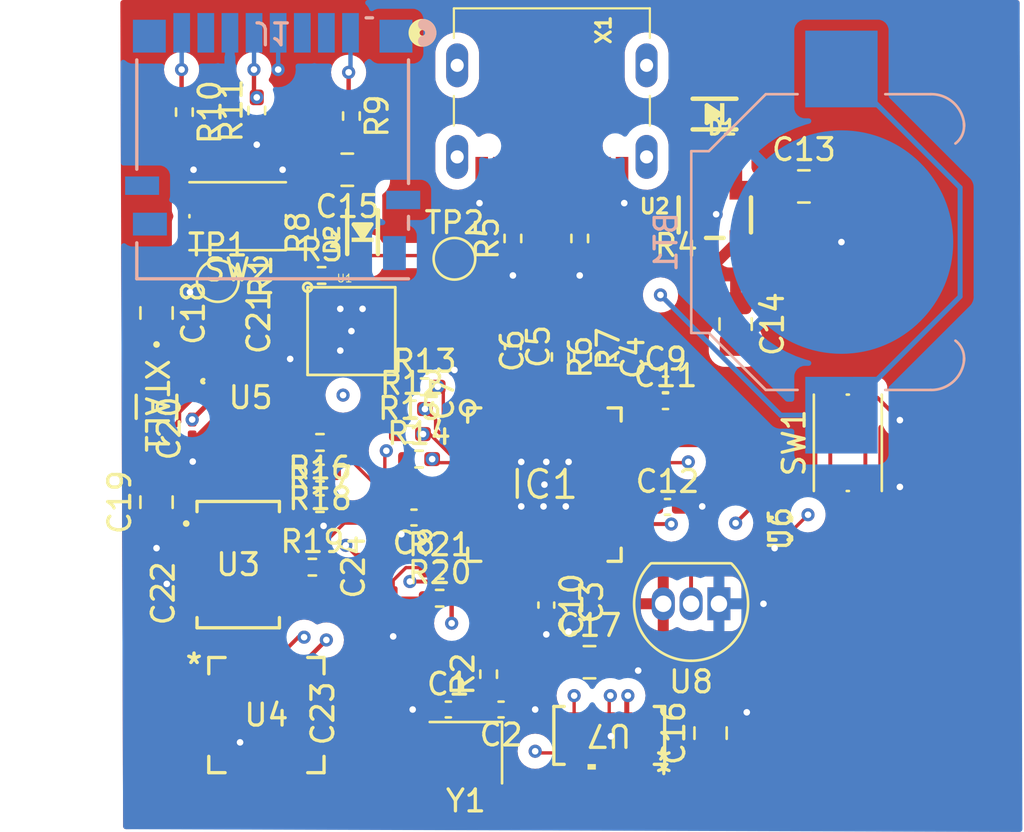
<source format=kicad_pcb>
(kicad_pcb (version 20221018) (generator pcbnew)
  (layers (0 "F.Cu" signal) (1 "In1.Cu" signal) (2 "In2.Cu" signal) (31 "B.Cu" signal) (34 "B.Paste" user) (35 "F.Paste" user) (36 "B.SilkS" user "B.Silkscreen") (37 "F.SilkS" user "F.Silkscreen") (38 "B.Mask" user) (39 "F.Mask" user) (44 "Edge.Cuts" user))
  (net 0 "")
  (net 1 "Net-(C2-Pad2)")
  (net 2 "Net-(IC1-XOUT)")
  (net 3 "/QSPI_CS")
  (net 4 "+3V3")
  (net 5 "GND")
  (net 6 "/CC1")
  (net 7 "/CC2")
  (net 8 "/USB_D+")
  (net 9 "/D+")
  (net 10 "/USB_D-")
  (net 11 "/D-")
  (net 12 "Net-(IC1-XIN)")
  (net 13 "1.2V")
  (net 14 "/~{RESET}")
  (net 15 "/USBBOOT")
  (net 16 "/VBUS")
  (net 17 "Net-(U5-X1)")
  (net 18 "Net-(U5-X2)")
  (net 19 "VBat")
  (net 20 "Net-(U4-VO-)")
  (net 22 "Net-(U4-VO+)")
  (net 23 "ToF XSHUT")
  (net 24 "ToF GPIO1")
  (net 25 "ToF  SDA")
  (net 26 "ToF SCL")
  (net 27 "GPIO5")
  (net 28 "BMP SDA")
  (net 31 "BMP SCL")
  (net 32 "Pressure SDA")
  (net 33 "Pressure SCL")
  (net 34 "RTC SDA")
  (net 35 "RTC SCL")
  (net 40 "GPIO16")
  (net 42 "GPIO17")
  (net 44 "/QSPI_DATA[3]")
  (net 45 "/QSPI_SCK")
  (net 46 "/QSPI_DATA[0]")
  (net 47 "/QSPI_DATA[2]")
  (net 48 "/QSPI_DATA[1]")
  (net 52 "Net-(D2-PadA)")
  (net 53 "SD_DAT1")
  (net 54 "SD_DAT2")
  (net 55 "GPIO20")
  (net 56 "AnalogTemp Data")
  (net 57 "AnalogTemp Data 2")
  (net 69 "5V")
  (footprint "Resistor_SMD:R_0402_1005Metric_Pad0.72x0.64mm_HandSolder" (layer "F.Cu") (at 101.3085 64.262)
    (fp_text reference "R20")
    (fp_text value "10k")
  )
  (footprint "Capacitor_SMD:C_0402_1005Metric_Pad0.74x0.62mm_HandSolder" (layer "F.Cu") (at 111.6095 55.266)
    (fp_text reference "C11")
    (fp_text value "0.1uF")
  )
  (footprint "Companero_Footprints:TDFN8_2x3MC_MCH" (layer "F.Cu") (at 92.6846 55.106001)
    (fp_text reference "U5")
    (fp_text value "MCP7940NT-I/MNY")
  )
  (footprint "Resistor_SMD:R_0402_1005Metric_Pad0.72x0.64mm_HandSolder" (layer "F.Cu") (at 100.3675 57.912)
    (fp_text reference "R14")
    (fp_text value "1k")
  )
  (footprint "QTpy:USB_C_CUSB31-CFM2AX-01-X" (layer "F.Cu") (at 106.426 41.148 180)
    (fp_text reference "X1")
    (fp_text value "USB Type C")
  )
  (footprint "Resistor_SMD:R_0402_1005Metric_Pad0.72x0.64mm_HandSolder" (layer "F.Cu") (at 100.6215 54.61)
    (fp_text reference "R13")
    (fp_text value "10k")
  )
  (footprint "Resistor_SMD:R_0402_1005Metric_Pad0.72x0.64mm_HandSolder" (layer "F.Cu") (at 99.949 56.769)
    (fp_text reference "R15")
    (fp_text value "1k")
  )
  (footprint "TestPoint:TestPoint_Pad_D1.5mm" (layer "F.Cu") (at 101.981 48.768)
    (fp_text reference "TP2")
    (fp_text value "TESTPOINTROUND1.5MMNO")
  )
  (footprint "Companero_Footprints:YFQ0004ACAC" (layer "F.Cu") (at 116.84 61.087 90)
    (fp_text reference "U6")
    (fp_text value "LMT70YFQR")
  )
  (footprint "Capacitor_SMD:C_0402_1005Metric_Pad0.74x0.62mm_HandSolder" (layer "F.Cu") (at 104.648 52.7725 -90)
    (fp_text reference "C5")
    (fp_text value "0.1uF")
  )
  (footprint "Capacitor_SMD:C_0201_0603Metric_Pad0.64x0.40mm_HandSolder" (layer "F.Cu") (at 105.664 52.959 90)
    (fp_text reference "C6")
    (fp_text value "1uF")
  )
  (footprint "Capacitor_SMD:C_0402_1005Metric_Pad0.74x0.62mm_HandSolder" (layer "F.Cu") (at 101.7035 69.342)
    (fp_text reference "C1")
    (fp_text value "22pF")
  )
  (footprint "QTpy:SOD-323_MINI" (layer "F.Cu") (at 113.846 42.164 180)
    (fp_text reference "D1")
    (fp_text value "  NSR0320")
  )
  (footprint "Companero_Footprints:MPRLS_HNW" (layer "F.Cu") (at 93.404055 69.596)
    (fp_text reference "U4")
    (fp_text value "MPRLS0025PA00001A")
  )
  (footprint "Resistor_SMD:R_01005_0402Metric_Pad0.57x0.30mm_HandSolder" (layer "F.Cu") (at 94.143 49.5735 90)
    (fp_text reference "R1")
    (fp_text value "10K")
  )
  (footprint "Resistor_SMD:R_0402_1005Metric_Pad0.72x0.64mm_HandSolder" (layer "F.Cu") (at 101.3085 62.992)
    (fp_text reference "R21")
    (fp_text value "10k")
  )
  (footprint "Resistor_SMD:R_0402_1005Metric_Pad0.72x0.64mm_HandSolder" (layer "F.Cu") (at 89.662 42.0745 -90)
    (fp_text reference "R10")
    (fp_text value "10K")
  )
  (footprint "Resistor_SMD:R_0402_1005Metric_Pad0.72x0.64mm_HandSolder" (layer "F.Cu") (at 95.8475 58.547 180)
    (fp_text reference "R18")
    (fp_text value "10k")
  )
  (footprint "Resistor_SMD:R_0402_1005Metric_Pad0.72x0.64mm_HandSolder" (layer "F.Cu") (at 95.9225 49.53)
    (fp_text reference "R3")
    (fp_text value "10K")
  )
  (footprint "Capacitor_SMD:C_0805_2012Metric" (layer "F.Cu") (at 113.665 70.419 90)
    (fp_text reference "C16")
    (fp_text value "100nF")
  )
  (footprint "Companero_Footprints:QFN_BV0FY&slash_1_STM" (layer "F.Cu") (at 109.0422 70.523001 180)
    (fp_text reference "U7")
    (fp_text value "VL53L1CBV0FY/1")
  )
  (footprint "Capacitor_SMD:C_0201_0603Metric_Pad0.64x0.40mm_HandSolder" (layer "F.Cu") (at 107.188 64.4405 -90)
    (fp_text reference "C3")
    (fp_text value "1uF")
  )
  (footprint "Resistor_SMD:R_0402_1005Metric_Pad0.72x0.64mm_HandSolder" (layer "F.Cu") (at 96.012 47.5875 90)
    (fp_text reference "R8")
    (fp_text value "1K")
  )
  (footprint "Capacitor_SMD:C_0201_0603Metric_Pad0.64x0.40mm_HandSolder" (layer "F.Cu") (at 94.107 51.6625 90)
    (fp_text reference "C21")
    (fp_text value "0.1uF")
  )
  (footprint "Resistor_SMD:R_0402_1005Metric_Pad0.72x0.64mm_HandSolder" (layer "F.Cu") (at 107.823 53.2505 -90)
    (fp_text reference "R7")
    (fp_text value "27")
  )
  (footprint "Resistor_SMD:R_0402_1005Metric_Pad0.72x0.64mm_HandSolder" (layer "F.Cu") (at 97.282 42.2535 -90)
    (fp_text reference "R9")
    (fp_text value "10K")
  )
  (footprint "Capacitor_SMD:C_0402_1005Metric_Pad0.74x0.62mm_HandSolder" (layer "F.Cu") (at 111.7005 60.092)
    (fp_text reference "C12")
    (fp_text value "0.1uF")
  )
  (footprint "QTpy:USON8_4X4" (layer "F.Cu") (at 97.282 52.07)
    (fp_text reference "U1")
    (fp_text value "8MB QSPI Flash")
  )
  (footprint "Capacitor_SMD:C_0201_0603Metric_Pad0.64x0.40mm_HandSolder" (layer "F.Cu") (at 90.0176 56.515 90)
    (fp_text reference "C20")
    (fp_text value "0.1uF")
  )
  (footprint "TestPoint:TestPoint_Pad_D1.5mm" (layer "F.Cu") (at 91.186 49.784)
    (fp_text reference "TP1")
    (fp_text value "TESTPOINTROUND1.5MMNO")
  )
  (footprint "Capacitor_SMD:C_0402_1005Metric_Pad0.74x0.62mm_HandSolder" (layer "F.Cu") (at 106.172 64.5755 -90)
    (fp_text reference "C10")
    (fp_text value "0.1uF")
  )
  (footprint "Button_Switch_SMD:SW_Push_1P1T_NO_CK_KMR2" (layer "F.Cu") (at 119.926 57.168 90)
    (fp_text reference "SW1")
    (fp_text value "KMR2")
  )
  (footprint "Capacitor_SMD:C_0805_2012Metric" (layer "F.Cu") (at 114.808 51.75 -90)
    (fp_text reference "C14")
    (fp_text value "10uF")
  )
  (footprint "QTpy:SOT23-5" (layer "F.Cu") (at 113.858 46.7661 180)
    (fp_text reference "U2")
    (fp_text value "AP2112K-3.3")
  )
  (footprint "Capacitor_SMD:C_0805_2012Metric" (layer "F.Cu") (at 97.094 44.704 180)
    (fp_text reference "C15")
    (fp_text value "10uF")
  )
  (footprint "Button_Switch_SMD:SW_Push_1P1T_NO_CK_KMR2" (layer "F.Cu") (at 92.093 46.825 180)
    (fp_text reference "SW2")
    (fp_text value "KMR2")
  )
  (footprint "Companero_Footprints:SON8_MS5611_TEC" (layer "F.Cu") (at 92.118 62.728)
    (fp_text reference "U3")
    (fp_text value "MS560702BA03-50")
  )
  (footprint "Resistor_SMD:R_0402_1005Metric_Pad0.72x0.64mm_HandSolder" (layer "F.Cu") (at 95.8475 59.944)
    (fp_text reference "R17")
    (fp_text value "10k")
  )
  (footprint "QTpy:QFN56_7MM_REDUCEDEPAD" (layer "F.Cu") (at 106.086 59.076)
    (fp_text reference "IC1")
    (fp_text value "RP2040_QFN56")
  )
  (footprint "Resistor_SMD:R_0402_1005Metric_Pad0.72x0.64mm_HandSolder" (layer "F.Cu") (at 107.696 47.8415 90)
    (fp_text reference "R4")
    (fp_text value "5.1K")
  )
  (footprint "Capacitor_SMD:C_0805_2012Metric" (layer "F.Cu") (at 117.922 45.466)
    (fp_text reference "C13")
    (fp_text value "10uF")
  )
  (footprint "Capacitor_SMD:C_0201_0603Metric_Pad0.64x0.40mm_HandSolder" (layer "F.Cu") (at 97.028 69.5205 90)
    (fp_text reference "C23")
    (fp_text value "1nF")
  )
  (footprint "Capacitor_SMD:C_0805_2012Metric" (layer "F.Cu") (at 88.392 59.878 90)
    (fp_text reference "C19")
    (fp_text value "14pF")
  )
  (footprint "Capacitor_SMD:C_0402_1005Metric_Pad0.74x0.62mm_HandSolder" (layer "F.Cu") (at 111.6095 54.504)
    (fp_text reference "C9")
    (fp_text value "0.1uF")
  )
  (footprint "Package_TO_SOT_THT:TO-92_Inline" (layer "F.Cu") (at 114.046 64.516 180)
    (fp_text reference "U8")
    (fp_text value "DS18B20")
  )
  (footprint "Capacitor_SMD:C_0201_0603Metric_Pad0.64x0.40mm_HandSolder" (layer "F.Cu") (at 99.187 64.4405 90)
    (fp_text reference "C24")
    (fp_text value "0.1uF")
  )
  (footprint "Companero_Footprints:XTAL_SC32S-7PF20PPM_EPS" (layer "F.Cu") (at 88.392 55.5244 -90)
    (fp_text reference "XTAL1")
    (fp_text value "SC32S-7PF20PPM (32.768kHz)")
  )
  (footprint "Resistor_SMD:R_0402_1005Metric_Pad0.72x0.64mm_HandSolder" (layer "F.Cu") (at 103.541 67.7285 90)
    (fp_text reference "R2")
    (fp_text value "1K")
  )
  (footprint "Capacitor_SMD:C_0201_0603Metric_Pad0.64x0.40mm_HandSolder" (layer "F.Cu") (at 102.489 55.1695 90)
    (fp_text reference "C7")
    (fp_text value "1uF")
  )
  (footprint "Resistor_SMD:R_0402_1005Metric_Pad0.72x0.64mm_HandSolder" (layer "F.Cu") (at 95.5005 62.845)
    (fp_text reference "R19")
    (fp_text value "10k")
  )
  (footprint "Crystal:Crystal_SMD_2520-4Pin_2.5x2.0mm" (layer "F.Cu") (at 102.503 71.312 180)
    (fp_text reference "Y1")
    (fp_text value "12MHZ")
  )
  (footprint "Resistor_SMD:R_0402_1005Metric_Pad0.72x0.64mm_HandSolder" (layer "F.Cu") (at 104.648 47.8415 90)
    (fp_text reference "R5")
    (fp_text value "5.1K")
  )
  (footprint "Capacitor_SMD:C_0805_2012Metric" (layer "F.Cu") (at 88.392 51.242 -90)
    (fp_text reference "C18")
    (fp_text value "14pF")
  )
  (footprint "Capacitor_SMD:C_0201_0603Metric_Pad0.64x0.40mm_HandSolder" (layer "F.Cu") (at 89.748 64.0395 90)
    (fp_text reference "C22")
    (fp_text value "0.1uF")
  )
  (footprint "Capacitor_SMD:C_0805_2012Metric" (layer "F.Cu") (at 108.143 67.183)
    (fp_text reference "C17")
    (fp_text value "4.7uF")
  )
  (footprint "QTpy:SOD-323_MINI" (layer "F.Cu") (at 97.79 47.552 90)
    (fp_text reference "D2")
    (fp_text value "  NSR0320")
  )
  (footprint "Capacitor_SMD:C_0402_1005Metric_Pad0.74x0.62mm_HandSolder" (layer "F.Cu") (at 108.966 53.2805 -90)
    (fp_text reference "C4")
    (fp_text value "0.1uF")
  )
  (footprint "Capacitor_SMD:C_0402_1005Metric_Pad0.74x0.62mm_HandSolder" (layer "F.Cu") (at 104.1085 69.342 180)
    (fp_text reference "C2")
    (fp_text value "22pF")
  )
  (footprint "Resistor_SMD:R_0402_1005Metric_Pad0.72x0.64mm_HandSolder" (layer "F.Cu") (at 92.964 41.9995 90)
    (fp_text reference "R11")
    (fp_text value "DNF")
  )
  (footprint "Resistor_SMD:R_0402_1005Metric_Pad0.72x0.64mm_HandSolder" (layer "F.Cu") (at 95.8475 57.15 180)
    (fp_text reference "R16")
    (fp_text value "10k")
  )
  (footprint "Resistor_SMD:R_0402_1005Metric_Pad0.72x0.64mm_HandSolder" (layer "F.Cu") (at 106.807 53.2505 -90)
    (fp_text reference "R6")
    (fp_text value "27")
  )
  (footprint "Capacitor_SMD:C_0402_1005Metric_Pad0.74x0.62mm_HandSolder" (layer "F.Cu") (at 100.1355 60.579 180)
    (fp_text reference "C8")
    (fp_text value "0.1uF")
  )
  (footprint "Resistor_SMD:R_0402_1005Metric_Pad0.72x0.64mm_HandSolder" (layer "F.Cu") (at 100.0385 55.626)
    (fp_text reference "R12")
    (fp_text value "10k")
  )
  (footprint "Battery:BatteryHolder_Keystone_3000_1x12mm" (layer "B.Cu") (at 119.634 48.006 -90)
    (fp_text reference "BT1")
    (fp_text value "Battery_Cell")
  )
  (footprint "Companero_Footprints:CONN8_DM3D-SF_HIR" (layer "B.Cu") (at 93.689 43.726301)
    (fp_text reference "J1")
    (fp_text value "DM3D-SF")
  )
  (gr_poly (pts (xy 104.013 57.023) (xy 103.886 56.388) (xy 108.712 56.388) (xy 108.712 57.023)) (stroke (width 0.2)) (fill solid) (layer "F.Cu"))
  (gr_poly (pts (xy 107.188 70.231) (xy 110.871 70.231) (xy 110.871 70.866) (xy 110.109 71.12) (xy 110.109 71.628) (xy 107.95 71.628) (xy 107.95 70.993) (xy 107.188 70.739)) (stroke (width 0.2)) (fill solid) (layer "F.Cu"))
  (gr_poly (pts (xy 103.251 56.388) (xy 103.886 56.388) (xy 103.759 60.579) (xy 103.251 60.071)) (stroke (width 0.2)) (fill solid) (layer "F.Cu"))
  (gr_poly (pts (xy 115.697 68.961) (xy 115.824 72.263) (xy 114.427 72.263) (xy 114.681 71.755) (xy 114.681 70.485) (xy 112.903 69.977) (xy 112.903 68.961)) (stroke (width 0.2)) (fill solid) (layer "F.Cu"))
  (gr_poly (pts (xy 108.204 57.15) (xy 108.204 61.595) (xy 108.585 61.595) (xy 108.712 57.023)) (stroke (width 0.2)) (fill solid) (layer "F.Cu"))
  (gr_poly (pts (xy 103.505 61.087) (xy 108.458 60.96) (xy 108.458 61.595) (xy 103.505 61.595)) (stroke (width 0.2)) (fill solid) (layer "F.Cu"))
  (segment (start 103.378 70.612) (end 103.378 69.505) (width 0.1524) (layer "F.Cu") (net 1))
  (segment (start 103.541 69.342) (end 103.541 68.326) (width 0.1524) (layer "F.Cu") (net 1))
  (segment (start 103.378 69.505) (end 103.541 69.342) (width 0.1524) (layer "F.Cu") (net 1))
  (segment (start 105.886 63.205841) (end 105.886 62.526) (width 0.1524) (layer "F.Cu") (net 2))
  (segment (start 103.541 67.131) (end 104.279527 67.131) (width 0.1524) (layer "F.Cu") (net 2))
  (segment (start 104.648 66.762527) (end 104.648 64.443841) (width 0.1524) (layer "F.Cu") (net 2))
  (segment (start 104.648 64.443841) (end 105.886 63.205841) (width 0.1524) (layer "F.Cu") (net 2))
  (segment (start 104.279527 67.131) (end 104.648 66.762527) (width 0.1524) (layer "F.Cu") (net 2))
  (segment (start 95.325 50.763) (end 95.432 50.87) (width 0.1778) (layer "F.Cu") (net 3))
  (segment (start 96.012 48.185) (end 96.012 48.843) (width 0.1778) (layer "F.Cu") (net 3))
  (segment (start 96.012 48.843) (end 95.325 49.53) (width 0.1778) (layer "F.Cu") (net 3))
  (segment (start 95.325 49.53) (end 95.325 50.763) (width 0.1778) (layer "F.Cu") (net 3))
  (segment (start 102.636 56.476) (end 106.1735 56.476) (width 0.2) (layer "F.Cu") (net 4))
  (segment (start 91.8403 63.7807) (end 91.018 64.603) (width 0.1524) (layer "F.Cu") (net 4))
  (segment (start 106.286 63.894) (end 106.172 64.008) (width 0.2) (layer "F.Cu") (net 4))
  (segment (start 108.966 55.118) (end 110.894 55.118) (width 0.2) (layer "F.Cu") (net 4))
  (segment (start 102.636 60.076) (end 103.2735 60.076) (width 0.2) (layer "F.Cu") (net 4))
  (segment (start 108.707 56.608) (end 108.839 56.476) (width 0.2) (layer "F.Cu") (net 4))
  (segment (start 102.6217 56.4617) (end 102.636 56.4617) (width 0.2286) (layer "F.Cu") (net 4))
  (segment (start 108.286 55.154186) (end 108.898093 54.542093) (width 0.2) (layer "F.Cu") (net 4))
  (segment (start 106.686 56.3159) (end 106.8461 56.476) (width 0.1524) (layer "F.Cu") (net 4))
  (segment (start 108.286 55.626) (end 108.286 55.154186) (width 0.2) (layer "F.Cu") (net 4))
  (segment (start 106.286 62.526) (end 106.286 61.8885) (width 0.2) (layer "F.Cu") (net 4))
  (segment (start 108.839 56.476) (end 109.536 56.476) (width 0.1524) (layer "F.Cu") (net 4))
  (segment (start 102.489 55.577) (end 102.489 56.329) (width 0.2286) (layer "F.Cu") (net 4))
  (segment (start 106.286 54.362264) (end 106.686 54.762264) (width 0.1524) (layer "F.Cu") (net 4))
  (segment (start 99.76913 62.865) (end 99.187 63.44713) (width 0.1524) (layer "F.Cu") (net 4))
  (segment (start 106.593471 67.183) (end 107.193 67.183) (width 0.2) (layer "F.Cu") (net 4))
  (segment (start 106.186 61.7885) (end 104.9685 61.7885) (width 0.2) (layer "F.Cu") (net 4))
  (segment (start 103.2735 56.476) (end 102.636 56.476) (width 0.2) (layer "F.Cu") (net 4))
  (segment (start 100.711 62.865) (end 99.76913 62.865) (width 0.1524) (layer "F.Cu") (net 4))
  (segment (start 106.386 61.7885) (end 106.9945 61.7885) (width 0.2) (layer "F.Cu") (net 4))
  (segment (start 104.9685 61.7885) (end 103.256 60.076) (width 0.2) (layer "F.Cu") (net 4))
  (segment (start 90.862 64.447) (end 91.018 64.603) (width 0.1524) (layer "F.Cu") (net 4))
  (segment (start 116.639998 60.886998) (end 117.04 60.886998) (width 0.1524) (layer "F.Cu") (net 4))
  (segment (start 107.823 56.476) (end 108.331 56.476) (width 0.1524) (layer "F.Cu") (net 4))
  (segment (start 105.156 65.024) (end 105.156 65.745529) (width 0.2) (layer "F.Cu") (net 4))
  (segment (start 108.686 55.626) (end 108.686 55.398) (width 0.2) (layer "F.Cu") (net 4))
  (segment (start 91.018 62.103) (end 91.2593 62.103) (width 0.1524) (layer "F.Cu") (net 4))
  (segment (start 106.286 61.8885) (end 106.386 61.7885) (width 0.2) (layer "F.Cu") (net 4))
  (segment (start 108.286 55.626) (end 108.286 56.431) (width 0.2) (layer "F.Cu") (net 4))
  (segment (start 111.125 69.723) (end 112.771 71.369) (width 0.2286) (layer "F.Cu") (net 4))
  (segment (start 91.018 60.853) (end 91.8403 61.6753) (width 0.1524) (layer "F.Cu") (net 4))
  (segment (start 99.187 63.44713) (end 99.187 64.033) (width 0.1524) (layer "F.Cu") (net 4))
  (segment (start 108.686 55.398) (end 108.966 55.118) (width 0.2) (layer "F.Cu") (net 4))
  (segment (start 106.686 55.626) (end 106.686 56.3159) (width 0.1524) (layer "F.Cu") (net 4))
  (segment (start 99.416 64.262) (end 99.187 64.033) (width 0.1524) (layer "F.Cu") (net 4))
  (segment (start 101.814072 60.076) (end 101.311072 60.579) (width 0.2) (layer "F.Cu") (net 4))
  (segment (start 110.894 55.118) (end 111.042 55.266) (width 0.2) (layer "F.Cu") (net 4))
  (segment (start 95.009 63.934) (end 96.098 62.845) (width 0.1524) (layer "F.Cu") (net 4))
  (segment (start 103.3735 59.976) (end 103.3735 56.576) (width 0.2) (layer "F.Cu") (net 4))
  (segment (start 106.286 61.8885) (end 106.186 61.7885) (width 0.2) (layer "F.Cu") (net 4))
  (segment (start 106.8461 56.476) (end 107.823 56.476) (width 0.1524) (layer "F.Cu") (net 4))
  (segment (start 91.2593 62.103) (end 91.8403 62.684) (width 0.1524) (layer "F.Cu") (net 4))
  (segment (start 106.686 55.2885) (end 106.686 55.626) (width 0.2) (layer "F.Cu") (net 4))
  (segment (start 113.665 71.369) (end 113.619002 71.323002) (width 0.2286) (layer "F.Cu") (net 4))
  (segment (start 101.311072 60.579) (end 100.703 60.579) (width 0.2) (layer "F.Cu") (net 4))
  (segment (start 109.536 60.076) (end 111.117 60.076) (width 0.2) (layer "F.Cu") (net 4))
  (segment (start 91.8403 61.6753) (end 91.8403 63.373) (width 0.1524) (layer "F.Cu") (net 4))
  (segment (start 108.707 60.076) (end 108.707 56.608) (width 0.2) (layer "F.Cu") (net 4))
  (segment (start 103.256 60.076) (end 102.636 60.076) (width 0.2) (layer "F.Cu") (net 4))
  (segment (start 108.331 56.476) (end 108.839 56.476) (width 0.1524) (layer "F.Cu") (net 4))
  (segment (start 91.018 60.853) (end 91.018 62.103) (width 0.1524) (layer "F.Cu") (net 4))
  (segment (start 109.536 56.476) (end 109.832 56.476) (width 0.1524) (layer "F.Cu") (net 4))
  (segment (start 102.489 56.329) (end 102.6217 56.4617) (width 0.2286) (layer "F.Cu") (net 4))
  (segment (start 106.686 54.762264) (end 106.686 55.626) (width 0.1524) (layer "F.Cu") (net 4))
  (segment (start 106.286 56.3635) (end 106.286 55.626) (width 0.2) (layer "F.Cu") (net 4))
  (segment (start 111.117 60.076) (end 111.133 60.092) (width 0.2) (layer "F.Cu") (net 4))
  (segment (start 109.832 56.476) (end 111.042 55.266) (width 0.1524) (layer "F.Cu") (net 4))
  (segment (start 108.286 56.431) (end 108.331 56.476) (width 0.2) (layer "F.Cu") (net 4))
  (segment (start 113.619002 71.323002) (end 110.6424 71.323002) (width 0.2286) (layer "F.Cu") (net 4))
  (segment (start 89.748 64.447) (end 90.862 64.447) (width 0.1524) (layer "F.Cu") (net 4))
  (segment (start 111.003907 54.542093) (end 111.042 54.504) (width 0.2) (layer "F.Cu") (net 4))
  (segment (start 106.1735 56.476) (end 107.823 56.476) (width 0.2) (layer "F.Cu") (net 4))
  (segment (start 106.286 54.362264) (end 106.286 55.626) (width 0.1524) (layer "F.Cu") (net 4))
  (segment (start 100.711 64.262) (end 99.416 64.262) (width 0.1524) (layer "F.Cu") (net 4))
  (segment (start 102.636 60.076) (end 101.814072 60.076) (width 0.2) (layer "F.Cu") (net 4))
  (segment (start 110.6424 69.723) (end 111.125 69.723) (width 0.2286) (layer "F.Cu") (net 4))
  (segment (start 108.707 60.076) (end 109.536 60.076) (width 0.2) (layer "F.Cu") (net 4))
  (segment (start 106.286 62.526) (end 106.286 63.894) (width 0.2) (layer "F.Cu") (net 4))
  (segment (start 91.687 63.934) (end 95.009 63.934) (width 0.1524) (layer "F.Cu") (net 4))
  (segment (start 108.686 56.323) (end 108.839 56.476) (width 0.2) (layer "F.Cu") (net 4))
  (segment (start 108.686 55.626) (end 108.686 56.323) (width 0.2) (layer "F.Cu") (net 4))
  (segment (start 105.664 53.3665) (end 105.664 53.740264) (width 0.1524) (layer "F.Cu") (net 4))
  (segment (start 105.664 53.740264) (end 106.286 54.362264) (width 0.1524) (layer "F.Cu") (net 4))
  (segment (start 106.172 64.008) (end 105.156 65.024) (width 0.2) (layer "F.Cu") (net 4))
  (segment (start 112.771 71.369) (end 113.665 71.369) (width 0.2286) (layer "F.Cu") (net 4))
  (segment (start 91.8403 62.684) (end 91.8403 63.373) (width 0.1524) (layer "F.Cu") (net 4))
  (segment (start 103.3735 56.576) (end 103.2735 56.476) (width 0.2) (layer "F.Cu") (net 4))
  (segment (start 106.286 55.626) (end 106.686 55.626) (width 0.1524) (layer "F.Cu") (net 4))
  (segment (start 105.156 65.745529) (end 106.593471 67.183) (width 0.2) (layer "F.Cu") (net 4))
  (segment (start 91.018 64.603) (end 91.687 63.934) (width 0.1524) (layer "F.Cu") (net 4))
  (segment (start 106.1735 56.476) (end 106.286 56.3635) (width 0.2) (layer "F.Cu") (net 4))
  (segment (start 91.8403 63.373) (end 91.8403 63.7807) (width 0.1524) (layer "F.Cu") (net 4))
  (segment (start 103.2735 60.076) (end 103.3735 59.976) (width 0.2) (layer "F.Cu") (net 4))
  (segment (start 106.9945 61.7885) (end 108.707 60.076) (width 0.2) (layer "F.Cu") (net 4))
  (segment (start 108.898093 54.542093) (end 111.003907 54.542093) (width 0.2) (layer "F.Cu") (net 4))
  (via (at 93.939711 40.132) (size 0.6) (drill 0.3) (layers "F.Cu" "B.Cu") (net 4))
  (segment (start 93.939711 40.132) (end 93.939711 38.4556) (width 0.2) (layer "B.Cu") (net 4))
  (segment (start 122.265 59.218) (end 122.301 59.182) (width 0.1778) (layer "F.Cu") (net 5))
  (segment (start 89.748 63.632) (end 90.027 63.353) (width 0.1524) (layer "F.Cu") (net 5))
  (segment (start 92.964 42.597) (end 92.964 43.561) (width 0.2) (layer "F.Cu") (net 5))
  (segment (start 116.639998 61.922002) (end 116.586 61.976) (width 0.1524) (layer "F.Cu") (net 5))
  (segment (start 109.093 67.183) (end 109.982 67.183) (width 0.2286) (layer "F.Cu") (net 5))
  (segment (start 99.187 64.848) (end 99.187 66.0045) (width 0.1524) (layer "F.Cu") (net 5))
  (segment (start 90.195702 56.9225) (end 91.2622 55.856002) (width 0.2286) (layer "F.Cu") (net 5))
  (segment (start 109.626 46.126) (end 109.728 46.228) (width 0.2) (layer "F.Cu") (net 5))
  (segment (start 90.043 46.025) (end 90.043 44.74) (width 0.2) (layer "F.Cu") (net 5))
  (segment (start 94.143 46.025) (end 94.143 44.704) (width 0.2) (layer "F.Cu") (net 5))
  (segment (start 109.982 67.183) (end 110.363 67.564) (width 0.2286) (layer "F.Cu") (net 5))
  (segment (start 90.043 58.024499) (end 90.043 56.9479) (width 0.2286) (layer "F.Cu") (net 5))
  (segment (start 91.30411 70.866) (end 92.176896 70.866) (width 0.2) (layer "F.Cu") (net 5))
  (segment (start 107.9246 70.523001) (end 108.242199 70.8406) (width 0.2286) (layer "F.Cu") (net 5))
  (segment (start 114.7043 71.852741) (end 114.7043 70.5083) (width 0.2286) (layer "F.Cu") (net 5))
  (segment (start 109.842201 71.322949) (end 109.842201 71.659403) (width 0.2286) (layer "F.Cu") (net 5))
  (segment (start 113.263 60.092) (end 113.284 60.071) (width 0.2) (layer "F.Cu") (net 5))
  (segment (start 92.176896 70.866) (end 92.202 70.840896) (width 0.2) (layer "F.Cu") (net 5))
  (segment (start 108.242199 70.8406) (end 108.242199 71.322949) (width 0.2286) (layer "F.Cu") (net 5))
  (segment (start 88.392 50.292) (end 89.916 50.292) (width 0.2286) (layer "F.Cu") (net 5))
  (segment (start 89.748 63.607) (end 88.859 63.607) (width 0.1524) (layer "F.Cu") (net 5))
  (segment (start 94.558 53.27) (end 94.488 53.34) (width 0.2286) (layer "F.Cu") (net 5))
  (segment (start 102.489 54.3537) (end 102.489 54.762) (width 0.2286) (layer "F.Cu") (net 5))
  (segment (start 121.285 55.118) (end 122.301 56.134) (width 0.1778) (layer "F.Cu") (net 5))
  (segment (start 94.107 52.07) (end 94.107 52.959) (width 0.1524) (layer "F.Cu") (net 5))
  (segment (start 114.7043 70.5083) (end 113.665 69.469) (width 0.2286) (layer "F.Cu") (net 5))
  (segment (start 109.626 44.693) (end 109.626 46.126) (width 0.2) (layer "F.Cu") (net 5))
  (segment (start 109.842201 71.322949) (end 109.842201 70.840349) (width 0.2286) (layer "F.Cu") (net 5))
  (segment (start 95.432 53.27) (end 94.558 53.27) (width 0.2286) (layer "F.Cu") (net 5))
  (segment (start 114.046 64.516) (end 116.078 64.516) (width 0.2286) (layer "F.Cu") (net 5))
  (segment (start 103.226 46.126) (end 103.124 46.228) (width 0.2) (layer "F.Cu") (net 5))
  (segment (start 113.665 69.469) (end 115.316 69.469) (width 0.2286) (layer "F.Cu") (net 5))
  (segment (start 120.726 55.118) (end 120.726 59.218) (width 0.1778) (layer "F.Cu") (net 5))
  (segment (start 109.093 70.561002) (end 109.1184 70.561002) (width 0.2286) (layer "F.Cu") (net 5))
  (segment (start 118.872 47.244) (end 119.634 48.006) (width 0.2286) (layer "F.Cu") (net 5))
  (segment (start 90.0176 56.9225) (end 90.195702 56.9225) (width 0.2286) (layer "F.Cu") (net 5))
  (segment (start 104.676 69.342) (end 105.664 69.342) (width 0.1524) (layer "F.Cu") (net 5))
  (segment (start 120.726 55.118) (end 121.285 55.118) (width 0.1778) (layer "F.Cu") (net 5))
  (segment (start 107.442 70.523001) (end 109.054999 70.523001) (width 0.2286) (layer "F.Cu") (net 5))
  (segment (start 109.1184 70.561002) (end 110.604399 70.561002) (width 0.2286) (layer "F.Cu") (net 5))
  (segment (start 107.696 48.439) (end 107.696 49.53) (width 0.2286) (layer "F.Cu") (net 5))
  (segment (start 110.159549 70.523001) (end 110.6424 70.523001) (width 0.2286) (layer "F.Cu") (net 5))
  (segment (start 109.842201 70.840349) (end 110.051774 70.630776) (width 0.2286) (layer "F.Cu") (net 5))
  (segment (start 99.568 60.579) (end 99.568 61.333) (width 0.2) (layer "F.Cu") (net 5))
  (segment (start 116.639998 61.287) (end 116.639998 61.922002) (width 0.1524) (layer "F.Cu") (net 5))
  (segment (start 110.051774 70.630776) (end 110.159549 70.523001) (width 0.2286) (layer "F.Cu") (net 5))
  (segment (start 90.043 44.74) (end 90.079 44.704) (width 0.2) (layer "F.Cu") (net 5))
  (segment (start 88.392 60.828) (end 88.392 61.976) (width 0.1524) (layer "F.Cu") (net 5))
  (segment (start 113.858 45.466) (end 113.858 46.675) (width 0.2286) (layer "F.Cu") (net 5))
  (segment (start 104.648 48.439) (end 104.648 49.53) (width 0.2286) (layer "F.Cu") (net 5))
  (segment (start 91.018 63.353) (end 90.027 63.353) (width 0.1524) (layer "F.Cu") (net 5))
  (segment (start 109.0422 71.322949) (end 109.0422 70.611802) (width 0.2286) (layer "F.Cu") (net 5))
  (segment (start 90.043 56.9479) (end 90.0176 56.9225) (width 0.2286) (layer "F.Cu") (net 5))
  (segment (start 101.981 53.8457) (end 102.489 54.3537) (width 0.2286) (layer "F.Cu") (net 5))
  (segment (start 112.268 60.092) (end 113.263 60.092) (width 0.2) (layer "F.Cu") (net 5))
  (segment (start 106.172 65.143) (end 106.172 65.913) (width 0.2286) (layer "F.Cu") (net 5))
  (segment (start 110.366098 72.1833) (end 114.373741 72.1833) (width 0.2286) (layer "F.Cu") (net 5))
  (segment (start 107.188 64.848) (end 107.188 65.786) (width 0.2286) (layer "F.Cu") (net 5))
  (segment (start 94.107 52.959) (end 94.488 53.34) (width 0.1524) (layer "F.Cu") (net 5))
  (segment (start 113.858 46.675) (end 113.919 46.736) (width 0.2286) (layer "F.Cu") (net 5))
  (segment (start 118.872 45.466) (end 118.872 47.244) (width 0.2286) (layer "F.Cu") (net 5))
  (segment (start 101.136 69.342) (end 100.076 69.342) (width 0.1524) (layer "F.Cu") (net 5))
  (segment (start 109.842201 71.659403) (end 110.366098 72.1833) (width 0.2286) (layer "F.Cu") (net 5))
  (segment (start 103.226 44.693) (end 103.226 46.126) (width 0.2) (layer "F.Cu") (net 5))
  (segment (start 120.726 59.218) (end 122.265 59.218) (width 0.1778) (layer "F.Cu") (net 5))
  (segment (start 108.242199 71.322949) (end 109.842201 71.322949) (width 0.2286) (layer "F.Cu") (net 5))
  (segment (start 114.373741 72.1833) (end 114.7043 71.852741) (width 0.2286) (layer "F.Cu") (net 5))
  (via (at 109.728 46.228) (size 0.6) (drill 0.3) (layers "F.Cu" "B.Cu") (net 5))
  (via (at 113.284 60.071) (size 0.6) (drill 0.3) (layers "F.Cu" "B.Cu") (net 5))
  (via (at 96.774 51.054) (size 0.6) (drill 0.3) (layers "F.Cu" "B.Cu") (net 5))
  (via (at 88.392 61.976) (size 0.6) (drill 0.3) (layers "F.Cu" "B.Cu") (net 5))
  (via (at 97.282 52.07) (size 0.6) (drill 0.3) (layers "F.Cu" "B.Cu") (net 5))
  (via (at 107.061 60.071) (size 0.6) (drill 0.3) (layers "F.Cu" "B.Cu") (net 5))
  (via (at 92.202 70.840896) (size 0.6) (drill 0.3) (layers "F.Cu" "B.Cu") (net 5))
  (via (at 92.964 43.561) (size 0.6) (drill 0.3) (layers "F.Cu" "B.Cu") (net 5))
  (via (at 110.363 67.564) (size 0.6) (drill 0.3) (layers "F.Cu" "B.Cu") (net 5))
  (via (at 105.029 60.071) (size 0.6) (drill 0.3) (layers "F.Cu" "B.Cu") (net 5))
  (via (at 106.172 65.913) (size 0.6) (drill 0.3) (layers "F.Cu" "B.Cu") (net 5))
  (via (at 99.187 66.0045) (size 0.6) (drill 0.3) (layers "F.Cu" "B.Cu") (net 5))
  (via (at 106.086 59.076) (size 0.6) (drill 0.3) (layers "F.Cu" "B.Cu") (net 5))
  (via (at 105.664 69.342) (size 0.6) (drill 0.3) (layers "F.Cu" "B.Cu") (net 5))
  (via (at 107.696 49.53) (size 0.6) (drill 0.3) (layers "F.Cu" "B.Cu") (net 5))
  (via (at 105.029 58.039) (size 0.6) (drill 0.3) (layers "F.Cu" "B.Cu") (net 5))
  (via (at 116.078 64.516) (size 0.6) (drill 0.3) (layers "F.Cu" "B.Cu") (net 5))
  (via (at 106.045 60.071) (size 0.6) (drill 0.3) (layers "F.Cu" "B.Cu") (net 5))
  (via (at 101.981 53.8457) (size 0.6) (drill 0.3) (layers "F.Cu" "B.Cu") (net 5))
  (via (at 99.56 61.341) (size 0.6) (drill 0.3) (layers "F.Cu" "B.Cu") (net 5))
  (via (at 88.859 63.607) (size 0.6) (drill 0.3) (layers "F.Cu" "B.Cu") (net 5))
  (via (at 116.586 61.976) (size 0.6) (drill 0.3) (layers "F.Cu" "B.Cu") (net 5))
  (via (at 122.301 59.182) (size 0.6) (drill 0.3) (layers "F.Cu" "B.Cu") (net 5))
  (via (at 115.316 69.469) (size 0.6) (drill 0.3) (layers "F.Cu" "B.Cu") (net 5))
  (via (at 94.143 44.704) (size 0.6) (drill 0.3) (layers "F.Cu" "B.Cu") (net 5))
  (via (at 122.301 56.134) (size 0.6) (drill 0.3) (layers "F.Cu" "B.Cu") (net 5))
  (via (at 100.076 69.342) (size 0.6) (drill 0.3) (layers "F.Cu" "B.Cu") (net 5))
  (via (at 94.488 53.34) (size 0.6) (drill 0.3) (layers "F.Cu" "B.Cu") (net 5))
  (via (at 90.043 58.024499) (size 0.6) (drill 0.3) (layers "F.Cu" "B.Cu") (net 5))
  (via (at 109.1184 70.561002) (size 0.6) (drill 0.3) (layers "F.Cu" "B.Cu") (net 5))
  (via (at 107.188 58.039) (size 0.6) (drill 0.3) (layers "F.Cu" "B.Cu") (net 5))
  (via (at 89.916 50.292) (size 0.6) (drill 0.3) (layers "F.Cu" "B.Cu") (net 5))
  (via (at 103.124 46.228) (size 0.6) (drill 0.3) (layers "F.Cu" "B.Cu") (net 5))
  (via (at 104.648 49.53) (size 0.6) (drill 0.3) (layers "F.Cu" "B.Cu") (net 5))
  (via (at 106.172 58.039) (size 0.6) (drill 0.3) (layers "F.Cu" "B.Cu") (net 5))
  (via (at 113.919 46.736) (size 0.6) (drill 0.3) (layers "F.Cu" "B.Cu") (net 5))
  (via (at 119.634 48.006) (size 0.6) (drill 0.3) (layers "F.Cu" "B.Cu") (net 5))
  (via (at 97.79 51.054) (size 0.6) (drill 0.3) (layers "F.Cu" "B.Cu") (net 5))
  (via (at 107.188 65.786) (size 0.6) (drill 0.3) (layers "F.Cu" "B.Cu") (net 5))
  (via (at 90.079 44.704) (size 0.6) (drill 0.3) (layers "F.Cu" "B.Cu") (net 5))
  (via (at 96.774 52.959) (size 0.6) (drill 0.3) (layers "F.Cu" "B.Cu") (net 5))
  (segment (start 90.079 44.704) (end 94.143 44.704) (width 0.2) (layer "B.Cu") (net 5))
  (segment (start 107.676 47.224) (end 107.696 47.244) (width 0.2286) (layer "F.Cu") (net 6))
  (segment (start 107.676 44.693) (end 107.676 47.224) (width 0.2286) (layer "F.Cu") (net 6))
  (segment (start 104.676 47.216) (end 104.648 47.244) (width 0.2286) (layer "F.Cu") (net 7))
  (segment (start 104.676 44.693) (end 104.676 47.216) (width 0.2286) (layer "F.Cu") (net 7))
  (segment (start 106.6135 43.818) (end 106.676 43.8805) (width 0.2) (layer "F.Cu") (net 8))
  (segment (start 106.807 52.273397) (end 106.807 52.653) (width 0.2) (layer "F.Cu") (net 8))
  (segment (start 105.676 45.555501) (end 105.701 45.580501) (width 0.2) (layer "F.Cu") (net 8))
  (segment (start 105.7385 43.818) (end 106.6135 43.818) (width 0.2) (layer "F.Cu") (net 8))
  (segment (start 106.676 43.8805) (end 106.676 44.693) (width 0.2) (layer "F.Cu") (net 8))
  (segment (start 105.701 51.167397) (end 106.807 52.273397) (width 0.2) (layer "F.Cu") (net 8))
  (segment (start 105.676 44.693) (end 105.676 43.8805) (width 0.2) (layer "F.Cu") (net 8))
  (segment (start 105.676 43.8805) (end 105.7385 43.818) (width 0.2) (layer "F.Cu") (net 8))
  (segment (start 105.676 44.693) (end 105.676 45.555501) (width 0.2) (layer "F.Cu") (net 8))
  (segment (start 105.701 45.580501) (end 105.701 51.167397) (width 0.2) (layer "F.Cu") (net 8))
  (segment (start 106.807 53.848) (end 107.086 54.127) (width 0.2) (layer "F.Cu") (net 9))
  (segment (start 107.086 54.127) (end 107.086 55.626) (width 0.2) (layer "F.Cu") (net 9))
  (segment (start 106.151 46.5305) (end 106.151 46.736) (width 0.2) (layer "F.Cu") (net 10))
  (segment (start 106.151 46.736) (end 106.151 50.981) (width 0.2) (layer "F.Cu") (net 10))
  (segment (start 106.151 50.981) (end 107.823 52.653) (width 0.2) (layer "F.Cu") (net 10))
  (segment (start 107.176 44.693) (end 107.176 45.5055) (width 0.2) (layer "F.Cu") (net 10))
  (segment (start 107.176 45.5055) (end 106.151 46.5305) (width 0.2) (layer "F.Cu") (net 10))
  (segment (start 106.176 44.693) (end 106.176 45.555501) (width 0.2) (layer "F.Cu") (net 10))
  (segment (start 106.151 45.580501) (end 106.151 46.736) (width 0.2) (layer "F.Cu") (net 10))
  (segment (start 106.176 45.555501) (end 106.151 45.580501) (width 0.2) (layer "F.Cu") (net 10))
  (segment (start 107.823 53.848) (end 107.486 54.185) (width 0.2) (layer "F.Cu") (net 11))
  (segment (start 107.486 54.185) (end 107.486 55.626) (width 0.2) (layer "F.Cu") (net 11))
  (segment (start 102.271 66.322473) (end 105.486 63.107473) (width 0.1524) (layer "F.Cu") (net 12))
  (segment (start 101.628 72.012) (end 101.8554 72.012) (width 0.1524) (layer "F.Cu") (net 12))
  (segment (start 105.486 63.107473) (end 105.486 62.526) (width 0.1524) (layer "F.Cu") (net 12))
  (segment (start 102.271 69.342) (end 102.271 66.322473) (width 0.1524) (layer "F.Cu") (net 12))
  (segment (start 102.4792 69.5502) (end 102.271 69.342) (width 0.1524) (layer "F.Cu") (net 12))
  (segment (start 102.4792 71.3882) (end 102.4792 69.5502) (width 0.1524) (layer "F.Cu") (net 12))
  (segment (start 101.8554 72.012) (end 102.4792 71.3882) (width 0.1524) (layer "F.Cu") (net 12))
  (segment (start 106.686 62.526) (end 106.686 63.511033) (width 0.2) (layer "F.Cu") (net 13))
  (segment (start 104.765368 53.34) (end 105.886 54.460632) (width 0.1524) (layer "F.Cu") (net 13))
  (segment (start 108.966 53.848) (end 108.966 53.975) (width 0.25) (layer "F.Cu") (net 13))
  (segment (start 105.886 54.460632) (end 105.886 55.626) (width 0.1524) (layer "F.Cu") (net 13))
  (segment (start 104.648 53.34) (end 104.765368 53.34) (width 0.1524) (layer "F.Cu") (net 13))
  (segment (start 108.966 53.9085) (end 108.966 53.848) (width 0.2) (layer "F.Cu") (net 13))
  (segment (start 107.188 64.013033) (end 107.188 64.033) (width 0.2) (layer "F.Cu") (net 13))
  (segment (start 107.886 55.626) (end 107.886 54.9885) (width 0.2) (layer "F.Cu") (net 13))
  (segment (start 106.686 63.511033) (end 107.188 64.013033) (width 0.2) (layer "F.Cu") (net 13))
  (segment (start 107.886 54.9885) (end 108.966 53.9085) (width 0.2) (layer "F.Cu") (net 13))
  (segment (start 90.043 47.625) (end 90.043 48.641) (width 0.2) (layer "F.Cu") (net 14))
  (segment (start 93.345 47.625) (end 94.143 47.625) (width 0.2) (layer "F.Cu") (net 14))
  (segment (start 94.143 47.625) (end 90.043 47.625) (width 0.2) (layer "F.Cu") (net 14))
  (segment (start 90.043 48.641) (end 91.186 49.784) (width 0.2) (layer "F.Cu") (net 14))
  (segment (start 91.186 49.784) (end 93.345 47.625) (width 0.2) (layer "F.Cu") (net 14))
  (segment (start 94.143 49.236) (end 94.143 47.625) (width 0.2) (layer "F.Cu") (net 14))
  (segment (start 101.835 48.622) (end 101.981 48.768) (width 0.1524) (layer "F.Cu") (net 15))
  (segment (start 110.651313 60.876013) (end 110.2513 60.476) (width 0.1778) (layer "F.Cu") (net 15))
  (segment (start 111.874632 60.876013) (end 110.651313 60.876013) (width 0.1778) (layer "F.Cu") (net 15))
  (segment (start 110.2513 60.476) (end 109.536 60.476) (width 0.1778) (layer "F.Cu") (net 15))
  (segment (start 119.126 59.218) (end 116.423 59.218) (width 0.1778) (layer "F.Cu") (net 15))
  (segment (start 119.126 59.218) (end 119.126 55.118) (width 0.1778) (layer "F.Cu") (net 15))
  (segment (start 116.423 59.218) (end 114.808 60.833) (width 0.1778) (layer "F.Cu") (net 15))
  (segment (start 97.79 48.622) (end 101.835 48.622) (width 0.1524) (layer "F.Cu") (net 15))
  (via (at 114.808 60.833) (size 0.6) (drill 0.3) (layers "F.Cu" "B.Cu") (net 15))
  (via (at 111.874632 60.876013) (size 0.6) (drill 0.3) (layers "F.Cu" "B.Cu") (net 15))
  (segment (start 108.641 43.338406) (end 109.815406 42.164) (width 0.2) (layer "F.Cu") (net 16))
  (segment (start 104.664 43.418) (end 108.371 43.418) (width 0.2) (layer "F.Cu") (net 16))
  (segment (start 108.641 44.508) (end 108.641 43.338406) (width 0.2) (layer "F.Cu") (net 16))
  (segment (start 104.211 43.871) (end 104.664 43.418) (width 0.2) (layer "F.Cu") (net 16))
  (segment (start 104.211 44.508) (end 104.211 43.871) (width 0.2) (layer "F.Cu") (net 16))
  (segment (start 108.371 43.418) (end 108.641 43.688) (width 0.2) (layer "F.Cu") (net 16))
  (segment (start 108.641 43.688) (end 108.641 44.508) (width 0.2) (layer "F.Cu") (net 16))
  (segment (start 104.026 44.693) (end 104.211 44.508) (width 0.2) (layer "F.Cu") (net 16))
  (segment (start 108.826 44.693) (end 108.641 44.508) (width 0.2) (layer "F.Cu") (net 16))
  (segment (start 109.815406 42.164) (end 112.776 42.164) (width 0.2) (layer "F.Cu") (net 16))
  (segment (start 88.392 54.102) (end 91.0082 54.102) (width 0.2286) (layer "F.Cu") (net 17))
  (segment (start 88.392 54.102) (end 88.392 52.192) (width 0.2286) (layer "F.Cu") (net 17))
  (segment (start 91.0082 54.102) (end 91.2622 54.356) (width 0.2286) (layer "F.Cu") (net 17))
  (segment (start 88.392 56.9468) (end 88.667946 56.9468) (width 0.2286) (layer "F.Cu") (net 18))
  (segment (start 89.4033 56.211446) (end 89.4033 55.7577) (width 0.2286) (layer "F.Cu") (net 18))
  (segment (start 88.667946 56.9468) (end 89.4033 56.211446) (width 0.2286) (layer "F.Cu") (net 18))
  (segment (start 90.304999 54.856001) (end 91.2622 54.856001) (width 0.2286) (layer "F.Cu") (net 18))
  (segment (start 89.4033 55.7577) (end 90.304999 54.856001) (width 0.2286) (layer "F.Cu") (net 18))
  (segment (start 88.392 56.9468) (end 88.392 58.928) (width 0.2286) (layer "F.Cu") (net 18))
  (segment (start 90.769099 55.356001) (end 91.2622 55.356001) (width 0.2286) (layer "F.Cu") (net 19))
  (segment (start 90.0176 56.1075) (end 90.769099 55.356001) (width 0.2286) (layer "F.Cu") (net 19))
  (segment (start 90.106009 56.1075) (end 90.0176 56.1075) (width 0.2286) (layer "F.Cu") (net 19))
  (via (at 90.0176 56.1055) (size 0.6) (drill 0.3) (layers "F.Cu" "B.Cu") (net 19))
  (via (at 111.379 50.419) (size 0.6) (drill 0.3) (layers "F.Cu" "B.Cu") (net 19))
  (segment (start 119.634 40.106) (end 125.0483 45.5203) (width 0.2286) (layer "B.Cu") (net 19))
  (segment (start 119.634 55.906) (end 116.866 55.906) (width 0.2286) (layer "B.Cu") (net 19))
  (segment (start 125.0483 50.4917) (end 119.634 55.906) (width 0.2286) (layer "B.Cu") (net 19))
  (segment (start 116.866 55.906) (end 111.379 50.419) (width 0.2286) (layer "B.Cu") (net 19))
  (segment (start 125.0483 45.5203) (end 125.0483 50.4917) (width 0.2286) (layer "B.Cu") (net 19))
  (segment (start 95.504 70.866) (end 96.09 70.866) (width 0.2) (layer "F.Cu") (net 20))
  (segment (start 96.09 70.866) (end 97.028 69.928) (width 0.2) (layer "F.Cu") (net 20))
  (segment (start 96.241 68.326) (end 97.028 69.113) (width 0.2) (layer "F.Cu") (net 22))
  (segment (start 95.504 68.326) (end 96.241 68.326) (width 0.2) (layer "F.Cu") (net 22))
  (segment (start 101.473 56.388) (end 101.961 56.876) (width 0.1524) (layer "F.Cu") (net 23))
  (segment (start 105.740002 71.323002) (end 105.664 71.247) (width 0.1524) (layer "F.Cu") (net 23))
  (segment (start 101.961 56.876) (end 102.636 56.876) (width 0.1524) (layer "F.Cu") (net 23))
  (segment (start 101.092 54.61) (end 101.473 54.61) (width 0.1524) (layer "F.Cu") (net 23))
  (segment (start 101.473 54.61) (end 101.473 56.388) (width 0.1524) (layer "F.Cu") (net 23))
  (segment (start 107.442 71.323002) (end 105.740002 71.323002) (width 0.1524) (layer "F.Cu") (net 23))
  (via (at 105.664 71.247) (size 0.6) (drill 0.3) (layers "F.Cu" "B.Cu") (net 23))
  (via (at 101.219 54.61) (size 0.6) (drill 0.3) (layers "F.Cu" "B.Cu") (net 23))
  (segment (start 101.1206 56.533968) (end 101.862632 57.276) (width 0.1524) (layer "F.Cu") (net 24))
  (segment (start 100.636 55.626) (end 101.1206 56.1106) (width 0.1524) (layer "F.Cu") (net 24))
  (segment (start 101.862632 57.276) (end 102.636 57.276) (width 0.1524) (layer "F.Cu") (net 24))
  (segment (start 101.1206 56.1106) (end 101.1206 56.533968) (width 0.1524) (layer "F.Cu") (net 24))
  (segment (start 107.442 69.723) (end 107.442 68.707) (width 0.1524) (layer "F.Cu") (net 24))
  (via (at 107.442 68.707) (size 0.6) (drill 0.3) (layers "F.Cu" "B.Cu") (net 24))
  (via (at 100.636 55.626) (size 0.6) (drill 0.3) (layers "F.Cu" "B.Cu") (net 24))
  (segment (start 100.857263 56.769) (end 101.764263 57.676) (width 0.1524) (layer "F.Cu") (net 25))
  (segment (start 109.0422 69.723053) (end 109.0422 68.7578) (width 0.1524) (layer "F.Cu") (net 25))
  (segment (start 101.764263 57.676) (end 102.636 57.676) (width 0.1524) (layer "F.Cu") (net 25))
  (segment (start 100.5465 56.769) (end 100.857263 56.769) (width 0.1524) (layer "F.Cu") (net 25))
  (segment (start 109.0422 68.7578) (end 109.093 68.707) (width 0.1524) (layer "F.Cu") (net 25))
  (via (at 100.5465 56.769) (size 0.6) (drill 0.3) (layers "F.Cu" "B.Cu") (net 25))
  (via (at 109.093 68.707) (size 0.6) (drill 0.3) (layers "F.Cu" "B.Cu") (net 25))
  (segment (start 109.842201 69.723053) (end 109.842201 68.757302) (width 0.2286) (layer "F.Cu") (net 26))
  (segment (start 109.842201 68.757302) (end 109.892503 68.707) (width 0.2286) (layer "F.Cu") (net 26))
  (segment (start 100.965 58.076) (end 102.636 58.076) (width 0.1524) (layer "F.Cu") (net 26))
  (via (at 109.892503 68.707) (size 0.6) (drill 0.3) (layers "F.Cu" "B.Cu") (net 26))
  (via (at 100.965 57.912) (size 0.6) (drill 0.3) (layers "F.Cu" "B.Cu") (net 26))
  (segment (start 98.806 57.5987) (end 98.8737 57.531) (width 0.1524) (layer "F.Cu") (net 27))
  (segment (start 102.0461 58.876) (end 101.9711 58.801) (width 0.1524) (layer "F.Cu") (net 27))
  (segment (start 102.636 58.876) (end 102.0461 58.876) (width 0.1524) (layer "F.Cu") (net 27))
  (segment (start 92.837 41.275) (end 92.964 41.402) (width 0.2) (layer "F.Cu") (net 27))
  (segment (start 92.837 40.132) (end 92.837 41.275) (width 0.2) (layer "F.Cu") (net 27))
  (segment (start 98.806 58.44478) (end 98.806 57.5987) (width 0.1524) (layer "F.Cu") (net 27))
  (segment (start 99.16222 58.801) (end 98.806 58.44478) (width 0.1524) (layer "F.Cu") (net 27))
  (segment (start 101.9711 58.801) (end 99.16222 58.801) (width 0.1524) (layer "F.Cu") (net 27))
  (via (at 98.8737 57.531) (size 0.6) (drill 0.3) (layers "F.Cu" "B.Cu") (net 27))
  (via (at 96.901 54.991) (size 0.6) (drill 0.3) (layers "F.Cu" "B.Cu") (net 27))
  (via (at 92.837 40.132) (size 0.6) (drill 0.3) (layers "F.Cu" "B.Cu") (net 27))
  (via (at 92.964 41.402) (size 0.6) (drill 0.3) (layers "F.Cu" "B.Cu") (net 27))
  (segment (start 92.839713 38.4556) (end 92.839713 40.129287) (width 0.2) (layer "B.Cu") (net 27))
  (segment (start 92.839713 40.129287) (end 92.837 40.132) (width 0.2) (layer "B.Cu") (net 27))
  (segment (start 93.218 62.103) (end 94.161 62.103) (width 0.1524) (layer "F.Cu") (net 28))
  (segment (start 101.9461 60.476) (end 102.636 60.476) (width 0.1524) (layer "F.Cu") (net 28))
  (segment (start 94.903 62.845) (end 96.2118 61.5362) (width 0.1524) (layer "F.Cu") (net 28))
  (segment (start 99.32133 61.9172) (end 100.5049 61.9172) (width 0.1524) (layer "F.Cu") (net 28))
  (segment (start 96.95387 60.833) (end 98.23713 60.833) (width 0.1524) (layer "F.Cu") (net 28))
  (segment (start 98.23713 60.833) (end 99.32133 61.9172) (width 0.1524) (layer "F.Cu") (net 28))
  (segment (start 96.2118 61.5362) (end 96.25067 61.5362) (width 0.1524) (layer "F.Cu") (net 28))
  (segment (start 100.5049 61.9172) (end 101.9461 60.476) (width 0.1524) (layer "F.Cu") (net 28))
  (segment (start 96.25067 61.5362) (end 96.95387 60.833) (width 0.1524) (layer "F.Cu") (net 28))
  (segment (start 94.161 62.103) (end 94.903 62.845) (width 0.1524) (layer "F.Cu") (net 28))
  (segment (start 97.4486 62.2696) (end 97.028 61.849) (width 0.1524) (layer "F.Cu") (net 31))
  (segment (start 96.012 60.96) (end 96.012 60.706) (width 0.1524) (layer "F.Cu") (net 31))
  (segment (start 102.044468 60.876) (end 100.650869 62.2696) (width 0.1524) (layer "F.Cu") (net 31))
  (segment (start 100.650869 62.2696) (end 97.4486 62.2696) (width 0.1524) (layer "F.Cu") (net 31))
  (segment (start 102.636 60.876) (end 102.044468 60.876) (width 0.1524) (layer "F.Cu") (net 31))
  (segment (start 93.218 60.853) (end 94.341 60.853) (width 0.1524) (layer "F.Cu") (net 31))
  (segment (start 96.012 60.706) (end 95.25 59.944) (width 0.1524) (layer "F.Cu") (net 31))
  (segment (start 94.341 60.853) (end 95.25 59.944) (width 0.1524) (layer "F.Cu") (net 31))
  (via (at 96.012 60.96) (size 0.6) (drill 0.3) (layers "F.Cu" "B.Cu") (net 31))
  (via (at 97.028 61.849) (size 0.6) (drill 0.3) (layers "F.Cu" "B.Cu") (net 31))
  (segment (start 94.860057 66.04) (end 95.123 66.04) (width 0.1778) (layer "F.Cu") (net 32))
  (segment (start 99.949 63.5) (end 101.271 63.5) (width 0.1778) (layer "F.Cu") (net 32))
  (segment (start 103.147 62.865) (end 103.486 62.526) (width 0.1778) (layer "F.Cu") (net 32))
  (segment (start 93.404055 67.496002) (end 94.860057 66.04) (width 0.1778) (layer "F.Cu") (net 32))
  (segment (start 101.271 63.5) (end 101.906 62.865) (width 0.1778) (layer "F.Cu") (net 32))
  (segment (start 101.906 62.865) (end 103.147 62.865) (width 0.1778) (layer "F.Cu") (net 32))
  (via (at 99.949 63.5) (size 0.6) (drill 0.3) (layers "F.Cu" "B.Cu") (net 32))
  (via (at 95.123 66.04) (size 0.6) (drill 0.3) (layers "F.Cu" "B.Cu") (net 32))
  (segment (start 101.906 64.262) (end 102.8653 64.262) (width 0.1778) (layer "F.Cu") (net 33))
  (segment (start 94.809998 67.496002) (end 96.139 66.167) (width 0.2) (layer "F.Cu") (net 33))
  (segment (start 102.8653 64.262) (end 103.886 63.2413) (width 0.1778) (layer "F.Cu") (net 33))
  (segment (start 101.854 65.405) (end 101.854 64.314) (width 0.2) (layer "F.Cu") (net 33))
  (segment (start 94.674055 67.496002) (end 94.809998 67.496002) (width 0.2) (layer "F.Cu") (net 33))
  (segment (start 101.854 64.314) (end 101.906 64.262) (width 0.2) (layer "F.Cu") (net 33))
  (segment (start 103.886 63.2413) (end 103.886 62.526) (width 0.1778) (layer "F.Cu") (net 33))
  (segment (start 94.674055 67.496002) (end 94.674055 67.377945) (width 0.2) (layer "F.Cu") (net 33))
  (via (at 101.854 65.405) (size 0.6) (drill 0.3) (layers "F.Cu" "B.Cu") (net 33))
  (via (at 96.139 66.167) (size 0.6) (drill 0.3) (layers "F.Cu" "B.Cu") (net 33))
  (segment (start 94.107 55.356001) (end 94.651001 55.356001) (width 0.1524) (layer "F.Cu") (net 35))
  (segment (start 96.445 57.15) (end 98.971 59.676) (width 0.1524) (layer "F.Cu") (net 35))
  (segment (start 94.651001 55.356001) (end 96.445 57.15) (width 0.1524) (layer "F.Cu") (net 35))
  (segment (start 98.971 59.676) (end 102.636 59.676) (width 0.1524) (layer "F.Cu") (net 35))
  (segment (start 99.132 51.67) (end 101.835 51.67) (width 0.1524) (layer "F.Cu") (net 44))
  (segment (start 104.314391 53.9837) (end 104.9107 53.9837) (width 0.1524) (layer "F.Cu") (net 44))
  (segment (start 104.9107 53.9837) (end 105.486 54.559) (width 0.1524) (layer "F.Cu") (net 44))
  (segment (start 101.835 51.67) (end 104.14 53.975) (width 0.1524) (layer "F.Cu") (net 44))
  (segment (start 104.305691 53.975) (end 104.314391 53.9837) (width 0.1524) (layer "F.Cu") (net 44))
  (segment (start 104.14 53.975) (end 104.305691 53.975) (width 0.1524) (layer "F.Cu") (net 44))
  (segment (start 105.486 54.559) (end 105.486 55.626) (width 0.1524) (layer "F.Cu") (net 44))
  (segment (start 104.002732 54.3361) (end 104.764732 54.3361) (width 0.1524) (layer "F.Cu") (net 45))
  (segment (start 104.764732 54.3361) (end 105.086 54.657368) (width 0.1524) (layer "F.Cu") (net 45))
  (segment (start 105.086 54.657368) (end 105.086 55.626) (width 0.1524) (layer "F.Cu") (net 45))
  (segment (start 102.136632 52.47) (end 104.002732 54.3361) (width 0.1524) (layer "F.Cu") (net 45))
  (segment (start 99.132 52.47) (end 102.136632 52.47) (width 0.1524) (layer "F.Cu") (net 45))
  (segment (start 104.618764 54.6885) (end 103.856763 54.6885) (width 0.1524) (layer "F.Cu") (net 46))
  (segment (start 103.856763 54.6885) (end 102.438264 53.27) (width 0.1524) (layer "F.Cu") (net 46))
  (segment (start 104.686 55.626) (end 104.686 54.755736) (width 0.1524) (layer "F.Cu") (net 46))
  (segment (start 104.686 54.755736) (end 104.618764 54.6885) (width 0.1524) (layer "F.Cu") (net 46))
  (segment (start 102.438264 53.27) (end 99.132 53.27) (width 0.1524) (layer "F.Cu") (net 46))
  (segment (start 96.012 46.99) (end 96.52 46.482) (width 0.1778) (layer "F.Cu") (net 52))
  (segment (start 96.52 46.482) (end 97.79 46.482) (width 0.1778) (layer "F.Cu") (net 52))
  (segment (start 89.535 40.132) (end 89.535 41.35) (width 0.2) (layer "F.Cu") (net 53))
  (segment (start 89.535 41.35) (end 89.662 41.477) (width 0.2) (layer "F.Cu") (net 53))
  (via (at 89.535 40.132) (size 0.6) (drill 0.3) (layers "F.Cu" "B.Cu") (net 53))
  (segment (start 89.539712 38.4556) (end 89.539712 40.127288) (width 0.2) (layer "B.Cu") (net 53))
  (segment (start 89.539712 40.127288) (end 89.535 40.132) (width 0.2) (layer "B.Cu") (net 53))
  (segment (start 97.155 41.529) (end 97.282 41.656) (width 0.2) (layer "F.Cu") (net 54))
  (segment (start 97.155 40.259) (end 97.155 41.529) (width 0.2) (layer "F.Cu") (net 54))
  (via (at 97.155 40.259) (size 0.6) (drill 0.3) (layers "F.Cu" "B.Cu") (net 54))
  (segment (start 97.239712 40.174288) (end 97.155 40.259) (width 0.2) (layer "B.Cu") (net 54))
  (segment (start 97.239712 38.4556) (end 97.239712 40.174288) (width 0.2) (layer "B.Cu") (net 54))
  (segment (start 109.536 58.076) (end 112.612 58.076) (width 0.1524) (layer "F.Cu") (net 56))
  (segment (start 118.11 60.452) (end 117.275 61.287) (width 0.1524) (layer "F.Cu") (net 56))
  (segment (start 117.275 61.287) (end 117.04 61.287) (width 0.1524) (layer "F.Cu") (net 56))
  (segment (start 112.612 58.076) (end 112.649 58.039) (width 0.1524) (layer "F.Cu") (net 56))
  (via (at 118.11 60.452) (size 0.6) (drill 0.3) (layers "F.Cu" "B.Cu") (net 56))
  (via (at 112.649 58.039) (size 0.6) (drill 0.3) (layers "F.Cu" "B.Cu") (net 56))
  (segment (start 112.776 61.411831) (end 114.427 59.760831) (width 0.1778) (layer "F.Cu") (net 57))
  (segment (start 114.427 58.166) (end 113.537 57.276) (width 0.1778) (layer "F.Cu") (net 57))
  (segment (start 113.537 57.276) (end 109.536 57.276) (width 0.1778) (layer "F.Cu") (net 57))
  (segment (start 112.776 64.516) (end 112.776 61.411831) (width 0.1778) (layer "F.Cu") (net 57))
  (segment (start 114.427 59.760831) (end 114.427 58.166) (width 0.1778) (layer "F.Cu") (net 57))
  (segment (start 114.7223 44.5517) (end 114.808 44.6374) (width 0.2286) (layer "F.Cu") (net 69))
  (segment (start 114.916 45.358) (end 114.808 45.466) (width 0.2286) (layer "F.Cu") (net 69))
  (segment (start 114.808 44.6374) (end 114.808 45.466) (width 0.381) (layer "F.Cu") (net 69))
  (segment (start 114.916 42.164) (end 114.916 45.358) (width 0.381) (layer "F.Cu") (net 69))
  (segment (start 112.908 45.466) (end 112.908 44.6374) (width 0.381) (layer "F.Cu") (net 69))
  (segment (start 114.808 45.466) (end 116.972 45.466) (width 0.508) (layer "F.Cu") (net 69))
  (segment (start 112.908 44.6374) (end 112.9937 44.5517) (width 0.2286) (layer "F.Cu") (net 69))
  (segment (start 112.9937 44.5517) (end 114.7223 44.5517) (width 0.381) (layer "F.Cu") (net 69))
  (zone (net 4) (net_name "+3V3") (layer "F.Cu") (connect_pads (clearance 0.5)) (min_thickness 0.25) (fill yes (thermal_gap 0.5) (thermal_bridge_width 0.5))
    (polygon (pts (xy 86.741 36.957) (xy 127.762 36.957) (xy 127.508 74.041) (xy 86.868 74.803)))
  )
  (zone (net 5) (net_name "GND") (layer "B.Cu") (priority 1) (connect_pads (clearance 0.5)) (min_thickness 0.25) (fill yes (thermal_gap 0.5) (thermal_bridge_width 0.5))
    (polygon (pts (xy 86.741 36.957) (xy 127.762 36.957) (xy 127.889 74.93) (xy 86.868 74.803)))
  )
)
</source>
